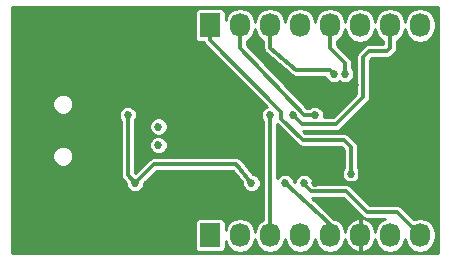
<source format=gbl>
G04 #@! TF.FileFunction,Copper,L2,Bot,Signal*
%FSLAX46Y46*%
G04 Gerber Fmt 4.6, Leading zero omitted, Abs format (unit mm)*
G04 Created by KiCad (PCBNEW 4.0.3+e1-6302~38~ubuntu14.04.1-stable) date Tue Aug 16 14:14:18 2016*
%MOMM*%
%LPD*%
G01*
G04 APERTURE LIST*
%ADD10C,0.100000*%
%ADD11R,1.727200X2.032000*%
%ADD12O,1.727200X2.032000*%
%ADD13C,0.685800*%
%ADD14C,2.900000*%
%ADD15C,0.304800*%
%ADD16C,0.254000*%
G04 APERTURE END LIST*
D10*
D11*
X162560000Y-111760000D03*
D12*
X165100000Y-111760000D03*
X167640000Y-111760000D03*
X170180000Y-111760000D03*
X172720000Y-111760000D03*
X175260000Y-111760000D03*
X177800000Y-111760000D03*
X180340000Y-111760000D03*
D11*
X162560000Y-93980000D03*
D12*
X165100000Y-93980000D03*
X167640000Y-93980000D03*
X170180000Y-93980000D03*
X172720000Y-93980000D03*
X175260000Y-93980000D03*
X177800000Y-93980000D03*
X180340000Y-93980000D03*
D13*
X170497500Y-107315000D03*
X166052500Y-107315000D03*
X156210000Y-107315000D03*
X155575000Y-101600000D03*
D14*
X147750000Y-94500000D03*
X147750000Y-111250000D03*
X179600000Y-102800000D03*
D13*
X176149000Y-101346000D03*
X174802800Y-99060000D03*
X156845000Y-105410000D03*
X156845000Y-100965000D03*
X171450000Y-107315000D03*
X175260000Y-107315000D03*
X167640000Y-97155000D03*
X170497500Y-98742500D03*
X158178500Y-102552500D03*
X158178500Y-104140000D03*
X167640000Y-101600000D03*
X168910000Y-107315000D03*
X174498000Y-106553000D03*
X171450000Y-101600000D03*
X173037500Y-98107500D03*
X173990000Y-98107500D03*
X169545000Y-101600000D03*
D15*
X171132500Y-108013500D02*
X174053500Y-108013500D01*
X170497500Y-107378500D02*
X171132500Y-108013500D01*
X170497500Y-107315000D02*
X170497500Y-107378500D01*
X178371500Y-109791500D02*
X180340000Y-111760000D01*
X175831500Y-109791500D02*
X178371500Y-109791500D01*
X174053500Y-108013500D02*
X175831500Y-109791500D01*
X156210000Y-107315000D02*
X157797500Y-105727500D01*
X164782500Y-105727500D02*
X166052500Y-107315000D01*
X157797500Y-105727500D02*
X164782500Y-105727500D01*
X155575000Y-106680000D02*
X156210000Y-107315000D01*
X155575000Y-101600000D02*
X155575000Y-106680000D01*
X149100000Y-95848000D02*
X149098000Y-95848000D01*
X149098000Y-95848000D02*
X147750000Y-94500000D01*
X147700000Y-111300000D02*
X147750000Y-111250000D01*
X147700000Y-111300000D02*
X147750000Y-111250000D01*
X147750000Y-111250000D02*
X147750000Y-109650000D01*
X147750000Y-109650000D02*
X148000000Y-109400000D01*
X148000000Y-109400000D02*
X149098000Y-108302000D01*
X149100000Y-95848000D02*
X149600000Y-95848000D01*
X149600000Y-95848000D02*
X149900000Y-95848000D01*
X149900000Y-95848000D02*
X150600000Y-95848000D01*
X150600000Y-95848000D02*
X151728000Y-95848000D01*
X149098000Y-108302000D02*
X149098000Y-96800000D01*
X149098000Y-96800000D02*
X149098000Y-95848000D01*
X179600000Y-102800000D02*
X178000000Y-102800000D01*
X177603000Y-102800000D02*
X176149000Y-101346000D01*
X178000000Y-102800000D02*
X177603000Y-102800000D01*
X151728000Y-95848000D02*
X156845000Y-100965000D01*
X175260000Y-102235000D02*
X176149000Y-101346000D01*
X175260000Y-102235000D02*
X175260000Y-107315000D01*
X172402500Y-98742500D02*
X172720000Y-99060000D01*
X172720000Y-99060000D02*
X174802800Y-99060000D01*
X172402500Y-98742500D02*
X170497500Y-98742500D01*
X156845000Y-100965000D02*
X156845000Y-105410000D01*
X171450000Y-107315000D02*
X175260000Y-107315000D01*
X168910000Y-98425000D02*
X167640000Y-97155000D01*
X170180000Y-98425000D02*
X168910000Y-98425000D01*
X170497500Y-98742500D02*
X170180000Y-98425000D01*
X167640000Y-111760000D02*
X167640000Y-101600000D01*
X172720000Y-111760000D02*
X172701528Y-110807858D01*
X172701528Y-110807858D02*
X168910000Y-107315000D01*
X172701528Y-110807858D02*
X172701528Y-110807858D01*
X174498000Y-104521000D02*
X174498000Y-104298000D01*
X174498000Y-106553000D02*
X174498000Y-104521000D01*
X173900000Y-103700000D02*
X170375000Y-103700000D01*
X174498000Y-104298000D02*
X173900000Y-103700000D01*
X170375000Y-103700000D02*
X168592500Y-101917500D01*
X168592500Y-101917500D02*
X168592500Y-101282500D01*
X168592500Y-101282500D02*
X162560000Y-95250000D01*
X162560000Y-93980000D02*
X162560000Y-95250000D01*
X165100000Y-95885000D02*
X165100000Y-93980000D01*
X171450000Y-101600000D02*
X170497500Y-101600000D01*
X170497500Y-101600000D02*
X165100000Y-95885000D01*
X173037500Y-98107500D02*
X172720000Y-97790000D01*
X167640000Y-95885000D02*
X169862500Y-97790000D01*
X167640000Y-95885000D02*
X167640000Y-93980000D01*
X172720000Y-97790000D02*
X169862500Y-97790000D01*
X172720000Y-95885000D02*
X173990000Y-97155000D01*
X173990000Y-97155000D02*
X173990000Y-98107500D01*
X172720000Y-93980000D02*
X172720000Y-95885000D01*
X177800000Y-93980000D02*
X177800000Y-95885000D01*
X170307000Y-102362000D02*
X169545000Y-101600000D01*
X173228000Y-102362000D02*
X170307000Y-102362000D01*
X175514000Y-100076000D02*
X173228000Y-102362000D01*
X175514000Y-96647000D02*
X175514000Y-100076000D01*
X176022000Y-96139000D02*
X175514000Y-96647000D01*
X177546000Y-96139000D02*
X176022000Y-96139000D01*
X177800000Y-95885000D02*
X177546000Y-96139000D01*
D16*
G36*
X181865200Y-113285200D02*
X145794800Y-113285200D01*
X145794800Y-105244188D01*
X149194368Y-105244188D01*
X149328267Y-105568249D01*
X149575987Y-105816402D01*
X149899814Y-105950866D01*
X150250448Y-105951172D01*
X150574509Y-105817273D01*
X150822662Y-105569553D01*
X150957126Y-105245726D01*
X150957432Y-104895092D01*
X150823533Y-104571031D01*
X150575813Y-104322878D01*
X150251986Y-104188414D01*
X149901352Y-104188108D01*
X149577291Y-104322007D01*
X149329138Y-104569727D01*
X149194674Y-104893554D01*
X149194368Y-105244188D01*
X145794800Y-105244188D01*
X145794800Y-101753421D01*
X154800166Y-101753421D01*
X154917859Y-102038259D01*
X154990800Y-102111328D01*
X154990800Y-106680000D01*
X155035270Y-106903564D01*
X155160802Y-107091436D01*
X155161908Y-107093092D01*
X155435255Y-107366439D01*
X155435166Y-107468421D01*
X155552859Y-107753259D01*
X155770595Y-107971376D01*
X156055227Y-108089565D01*
X156363421Y-108089834D01*
X156648259Y-107972141D01*
X156866376Y-107754405D01*
X156984565Y-107469773D01*
X156984655Y-107366529D01*
X158039484Y-106311700D01*
X164501718Y-106311700D01*
X165277829Y-107281838D01*
X165277666Y-107468421D01*
X165395359Y-107753259D01*
X165613095Y-107971376D01*
X165897727Y-108089565D01*
X166205921Y-108089834D01*
X166490759Y-107972141D01*
X166708876Y-107754405D01*
X166827065Y-107469773D01*
X166827334Y-107161579D01*
X166709641Y-106876741D01*
X166491905Y-106658624D01*
X166207273Y-106540435D01*
X166180971Y-106540412D01*
X165238684Y-105362553D01*
X165213720Y-105341539D01*
X165195592Y-105314408D01*
X165127213Y-105268719D01*
X165064299Y-105215759D01*
X165033194Y-105205898D01*
X165006064Y-105187770D01*
X164925409Y-105171727D01*
X164847014Y-105146873D01*
X164814503Y-105149666D01*
X164782500Y-105143300D01*
X157797500Y-105143300D01*
X157573936Y-105187770D01*
X157448900Y-105271316D01*
X157384408Y-105314408D01*
X156210000Y-106488816D01*
X156159200Y-106438016D01*
X156159200Y-104293421D01*
X157403666Y-104293421D01*
X157521359Y-104578259D01*
X157739095Y-104796376D01*
X158023727Y-104914565D01*
X158331921Y-104914834D01*
X158616759Y-104797141D01*
X158834876Y-104579405D01*
X158953065Y-104294773D01*
X158953334Y-103986579D01*
X158835641Y-103701741D01*
X158617905Y-103483624D01*
X158333273Y-103365435D01*
X158025079Y-103365166D01*
X157740241Y-103482859D01*
X157522124Y-103700595D01*
X157403935Y-103985227D01*
X157403666Y-104293421D01*
X156159200Y-104293421D01*
X156159200Y-102705921D01*
X157403666Y-102705921D01*
X157521359Y-102990759D01*
X157739095Y-103208876D01*
X158023727Y-103327065D01*
X158331921Y-103327334D01*
X158616759Y-103209641D01*
X158834876Y-102991905D01*
X158953065Y-102707273D01*
X158953334Y-102399079D01*
X158835641Y-102114241D01*
X158617905Y-101896124D01*
X158333273Y-101777935D01*
X158025079Y-101777666D01*
X157740241Y-101895359D01*
X157522124Y-102113095D01*
X157403935Y-102397727D01*
X157403666Y-102705921D01*
X156159200Y-102705921D01*
X156159200Y-102111455D01*
X156231376Y-102039405D01*
X156349565Y-101754773D01*
X156349834Y-101446579D01*
X156232141Y-101161741D01*
X156014405Y-100943624D01*
X155729773Y-100825435D01*
X155421579Y-100825166D01*
X155136741Y-100942859D01*
X154918624Y-101160595D01*
X154800435Y-101445227D01*
X154800166Y-101753421D01*
X145794800Y-101753421D01*
X145794800Y-100844908D01*
X149194368Y-100844908D01*
X149328267Y-101168969D01*
X149575987Y-101417122D01*
X149899814Y-101551586D01*
X150250448Y-101551892D01*
X150574509Y-101417993D01*
X150822662Y-101170273D01*
X150957126Y-100846446D01*
X150957432Y-100495812D01*
X150823533Y-100171751D01*
X150575813Y-99923598D01*
X150251986Y-99789134D01*
X149901352Y-99788828D01*
X149577291Y-99922727D01*
X149329138Y-100170447D01*
X149194674Y-100494274D01*
X149194368Y-100844908D01*
X145794800Y-100844908D01*
X145794800Y-92964000D01*
X161256141Y-92964000D01*
X161256141Y-94996000D01*
X161286250Y-95156015D01*
X161380819Y-95302980D01*
X161525115Y-95401573D01*
X161696400Y-95436259D01*
X162012850Y-95436259D01*
X162020270Y-95473564D01*
X162074550Y-95554800D01*
X162146908Y-95663092D01*
X167360908Y-100877092D01*
X167201741Y-100942859D01*
X166983624Y-101160595D01*
X166865435Y-101445227D01*
X166865166Y-101753421D01*
X166982859Y-102038259D01*
X167055800Y-102111328D01*
X167055800Y-110441557D01*
X166724014Y-110663250D01*
X166443206Y-111083508D01*
X166370000Y-111451541D01*
X166296794Y-111083508D01*
X166015986Y-110663250D01*
X165595728Y-110382442D01*
X165100000Y-110283836D01*
X164604272Y-110382442D01*
X164184014Y-110663250D01*
X163903206Y-111083508D01*
X163863859Y-111281320D01*
X163863859Y-110744000D01*
X163833750Y-110583985D01*
X163739181Y-110437020D01*
X163594885Y-110338427D01*
X163423600Y-110303741D01*
X161696400Y-110303741D01*
X161536385Y-110333850D01*
X161389420Y-110428419D01*
X161290827Y-110572715D01*
X161256141Y-110744000D01*
X161256141Y-112776000D01*
X161286250Y-112936015D01*
X161380819Y-113082980D01*
X161525115Y-113181573D01*
X161696400Y-113216259D01*
X163423600Y-113216259D01*
X163583615Y-113186150D01*
X163730580Y-113091581D01*
X163829173Y-112947285D01*
X163863859Y-112776000D01*
X163863859Y-112238680D01*
X163903206Y-112436492D01*
X164184014Y-112856750D01*
X164604272Y-113137558D01*
X165100000Y-113236164D01*
X165595728Y-113137558D01*
X166015986Y-112856750D01*
X166296794Y-112436492D01*
X166370000Y-112068459D01*
X166443206Y-112436492D01*
X166724014Y-112856750D01*
X167144272Y-113137558D01*
X167640000Y-113236164D01*
X168135728Y-113137558D01*
X168555986Y-112856750D01*
X168836794Y-112436492D01*
X168910000Y-112068459D01*
X168983206Y-112436492D01*
X169264014Y-112856750D01*
X169684272Y-113137558D01*
X170180000Y-113236164D01*
X170675728Y-113137558D01*
X171095986Y-112856750D01*
X171376794Y-112436492D01*
X171450000Y-112068459D01*
X171523206Y-112436492D01*
X171804014Y-112856750D01*
X172224272Y-113137558D01*
X172720000Y-113236164D01*
X173215728Y-113137558D01*
X173635986Y-112856750D01*
X173916794Y-112436492D01*
X173991552Y-112060657D01*
X174072927Y-112431595D01*
X174361975Y-112846347D01*
X174787739Y-113118914D01*
X175032306Y-113187632D01*
X175234600Y-113099578D01*
X175234600Y-111785400D01*
X175214600Y-111785400D01*
X175214600Y-111734600D01*
X175234600Y-111734600D01*
X175234600Y-110420422D01*
X175032306Y-110332368D01*
X174787739Y-110401086D01*
X174361975Y-110673653D01*
X174072927Y-111088405D01*
X173991552Y-111459343D01*
X173916794Y-111083508D01*
X173635986Y-110663250D01*
X173215728Y-110382442D01*
X173070638Y-110353582D01*
X171164612Y-108597700D01*
X173811516Y-108597700D01*
X175418408Y-110204592D01*
X175607937Y-110331231D01*
X175831500Y-110375701D01*
X175831505Y-110375700D01*
X177338166Y-110375700D01*
X177304272Y-110382442D01*
X176884014Y-110663250D01*
X176603206Y-111083508D01*
X176528448Y-111459343D01*
X176447073Y-111088405D01*
X176158025Y-110673653D01*
X175732261Y-110401086D01*
X175487694Y-110332368D01*
X175285400Y-110420422D01*
X175285400Y-111734600D01*
X175305400Y-111734600D01*
X175305400Y-111785400D01*
X175285400Y-111785400D01*
X175285400Y-113099578D01*
X175487694Y-113187632D01*
X175732261Y-113118914D01*
X176158025Y-112846347D01*
X176447073Y-112431595D01*
X176528448Y-112060657D01*
X176603206Y-112436492D01*
X176884014Y-112856750D01*
X177304272Y-113137558D01*
X177800000Y-113236164D01*
X178295728Y-113137558D01*
X178715986Y-112856750D01*
X178996794Y-112436492D01*
X179070000Y-112068459D01*
X179143206Y-112436492D01*
X179424014Y-112856750D01*
X179844272Y-113137558D01*
X180340000Y-113236164D01*
X180835728Y-113137558D01*
X181255986Y-112856750D01*
X181536794Y-112436492D01*
X181635400Y-111940764D01*
X181635400Y-111579236D01*
X181536794Y-111083508D01*
X181255986Y-110663250D01*
X180835728Y-110382442D01*
X180340000Y-110283836D01*
X179844272Y-110382442D01*
X179810915Y-110404731D01*
X178784592Y-109378408D01*
X178595064Y-109251770D01*
X178371500Y-109207300D01*
X176073484Y-109207300D01*
X174466592Y-107600408D01*
X174461191Y-107596799D01*
X174277064Y-107473770D01*
X174053500Y-107429300D01*
X171374484Y-107429300D01*
X171272190Y-107327006D01*
X171272334Y-107161579D01*
X171154641Y-106876741D01*
X170936905Y-106658624D01*
X170652273Y-106540435D01*
X170344079Y-106540166D01*
X170059241Y-106657859D01*
X169841124Y-106875595D01*
X169722935Y-107160227D01*
X169722840Y-107269500D01*
X169684770Y-107234430D01*
X169684834Y-107161579D01*
X169567141Y-106876741D01*
X169349405Y-106658624D01*
X169064773Y-106540435D01*
X168756579Y-106540166D01*
X168471741Y-106657859D01*
X168253624Y-106875595D01*
X168224200Y-106946456D01*
X168224200Y-102375384D01*
X169961908Y-104113092D01*
X170151437Y-104239731D01*
X170375000Y-104284201D01*
X170375005Y-104284200D01*
X173658016Y-104284200D01*
X173913800Y-104539984D01*
X173913800Y-106041545D01*
X173841624Y-106113595D01*
X173723435Y-106398227D01*
X173723166Y-106706421D01*
X173840859Y-106991259D01*
X174058595Y-107209376D01*
X174343227Y-107327565D01*
X174651421Y-107327834D01*
X174936259Y-107210141D01*
X175154376Y-106992405D01*
X175272565Y-106707773D01*
X175272834Y-106399579D01*
X175155141Y-106114741D01*
X175082200Y-106041672D01*
X175082200Y-104298005D01*
X175082201Y-104298000D01*
X175037731Y-104074437D01*
X174911092Y-103884908D01*
X174313092Y-103286908D01*
X174196308Y-103208876D01*
X174123564Y-103160270D01*
X173900000Y-103115800D01*
X170616984Y-103115800D01*
X170447384Y-102946200D01*
X173228000Y-102946200D01*
X173451564Y-102901730D01*
X173641092Y-102775092D01*
X175927092Y-100489092D01*
X176053730Y-100299564D01*
X176098200Y-100076000D01*
X176098200Y-96888984D01*
X176263983Y-96723200D01*
X177546000Y-96723200D01*
X177769564Y-96678730D01*
X177959092Y-96552092D01*
X178213092Y-96298092D01*
X178319393Y-96139000D01*
X178339730Y-96108564D01*
X178384200Y-95885000D01*
X178384200Y-95298443D01*
X178715986Y-95076750D01*
X178996794Y-94656492D01*
X179070000Y-94288459D01*
X179143206Y-94656492D01*
X179424014Y-95076750D01*
X179844272Y-95357558D01*
X180340000Y-95456164D01*
X180835728Y-95357558D01*
X181255986Y-95076750D01*
X181536794Y-94656492D01*
X181635400Y-94160764D01*
X181635400Y-93799236D01*
X181536794Y-93303508D01*
X181255986Y-92883250D01*
X180835728Y-92602442D01*
X180340000Y-92503836D01*
X179844272Y-92602442D01*
X179424014Y-92883250D01*
X179143206Y-93303508D01*
X179070000Y-93671541D01*
X178996794Y-93303508D01*
X178715986Y-92883250D01*
X178295728Y-92602442D01*
X177800000Y-92503836D01*
X177304272Y-92602442D01*
X176884014Y-92883250D01*
X176603206Y-93303508D01*
X176530000Y-93671541D01*
X176456794Y-93303508D01*
X176175986Y-92883250D01*
X175755728Y-92602442D01*
X175260000Y-92503836D01*
X174764272Y-92602442D01*
X174344014Y-92883250D01*
X174063206Y-93303508D01*
X173990000Y-93671541D01*
X173916794Y-93303508D01*
X173635986Y-92883250D01*
X173215728Y-92602442D01*
X172720000Y-92503836D01*
X172224272Y-92602442D01*
X171804014Y-92883250D01*
X171523206Y-93303508D01*
X171450000Y-93671541D01*
X171376794Y-93303508D01*
X171095986Y-92883250D01*
X170675728Y-92602442D01*
X170180000Y-92503836D01*
X169684272Y-92602442D01*
X169264014Y-92883250D01*
X168983206Y-93303508D01*
X168910000Y-93671541D01*
X168836794Y-93303508D01*
X168555986Y-92883250D01*
X168135728Y-92602442D01*
X167640000Y-92503836D01*
X167144272Y-92602442D01*
X166724014Y-92883250D01*
X166443206Y-93303508D01*
X166370000Y-93671541D01*
X166296794Y-93303508D01*
X166015986Y-92883250D01*
X165595728Y-92602442D01*
X165100000Y-92503836D01*
X164604272Y-92602442D01*
X164184014Y-92883250D01*
X163903206Y-93303508D01*
X163863859Y-93501320D01*
X163863859Y-92964000D01*
X163833750Y-92803985D01*
X163739181Y-92657020D01*
X163594885Y-92558427D01*
X163423600Y-92523741D01*
X161696400Y-92523741D01*
X161536385Y-92553850D01*
X161389420Y-92648419D01*
X161290827Y-92792715D01*
X161256141Y-92964000D01*
X145794800Y-92964000D01*
X145794800Y-92454800D01*
X181865200Y-92454800D01*
X181865200Y-113285200D01*
X181865200Y-113285200D01*
G37*
X181865200Y-113285200D02*
X145794800Y-113285200D01*
X145794800Y-105244188D01*
X149194368Y-105244188D01*
X149328267Y-105568249D01*
X149575987Y-105816402D01*
X149899814Y-105950866D01*
X150250448Y-105951172D01*
X150574509Y-105817273D01*
X150822662Y-105569553D01*
X150957126Y-105245726D01*
X150957432Y-104895092D01*
X150823533Y-104571031D01*
X150575813Y-104322878D01*
X150251986Y-104188414D01*
X149901352Y-104188108D01*
X149577291Y-104322007D01*
X149329138Y-104569727D01*
X149194674Y-104893554D01*
X149194368Y-105244188D01*
X145794800Y-105244188D01*
X145794800Y-101753421D01*
X154800166Y-101753421D01*
X154917859Y-102038259D01*
X154990800Y-102111328D01*
X154990800Y-106680000D01*
X155035270Y-106903564D01*
X155160802Y-107091436D01*
X155161908Y-107093092D01*
X155435255Y-107366439D01*
X155435166Y-107468421D01*
X155552859Y-107753259D01*
X155770595Y-107971376D01*
X156055227Y-108089565D01*
X156363421Y-108089834D01*
X156648259Y-107972141D01*
X156866376Y-107754405D01*
X156984565Y-107469773D01*
X156984655Y-107366529D01*
X158039484Y-106311700D01*
X164501718Y-106311700D01*
X165277829Y-107281838D01*
X165277666Y-107468421D01*
X165395359Y-107753259D01*
X165613095Y-107971376D01*
X165897727Y-108089565D01*
X166205921Y-108089834D01*
X166490759Y-107972141D01*
X166708876Y-107754405D01*
X166827065Y-107469773D01*
X166827334Y-107161579D01*
X166709641Y-106876741D01*
X166491905Y-106658624D01*
X166207273Y-106540435D01*
X166180971Y-106540412D01*
X165238684Y-105362553D01*
X165213720Y-105341539D01*
X165195592Y-105314408D01*
X165127213Y-105268719D01*
X165064299Y-105215759D01*
X165033194Y-105205898D01*
X165006064Y-105187770D01*
X164925409Y-105171727D01*
X164847014Y-105146873D01*
X164814503Y-105149666D01*
X164782500Y-105143300D01*
X157797500Y-105143300D01*
X157573936Y-105187770D01*
X157448900Y-105271316D01*
X157384408Y-105314408D01*
X156210000Y-106488816D01*
X156159200Y-106438016D01*
X156159200Y-104293421D01*
X157403666Y-104293421D01*
X157521359Y-104578259D01*
X157739095Y-104796376D01*
X158023727Y-104914565D01*
X158331921Y-104914834D01*
X158616759Y-104797141D01*
X158834876Y-104579405D01*
X158953065Y-104294773D01*
X158953334Y-103986579D01*
X158835641Y-103701741D01*
X158617905Y-103483624D01*
X158333273Y-103365435D01*
X158025079Y-103365166D01*
X157740241Y-103482859D01*
X157522124Y-103700595D01*
X157403935Y-103985227D01*
X157403666Y-104293421D01*
X156159200Y-104293421D01*
X156159200Y-102705921D01*
X157403666Y-102705921D01*
X157521359Y-102990759D01*
X157739095Y-103208876D01*
X158023727Y-103327065D01*
X158331921Y-103327334D01*
X158616759Y-103209641D01*
X158834876Y-102991905D01*
X158953065Y-102707273D01*
X158953334Y-102399079D01*
X158835641Y-102114241D01*
X158617905Y-101896124D01*
X158333273Y-101777935D01*
X158025079Y-101777666D01*
X157740241Y-101895359D01*
X157522124Y-102113095D01*
X157403935Y-102397727D01*
X157403666Y-102705921D01*
X156159200Y-102705921D01*
X156159200Y-102111455D01*
X156231376Y-102039405D01*
X156349565Y-101754773D01*
X156349834Y-101446579D01*
X156232141Y-101161741D01*
X156014405Y-100943624D01*
X155729773Y-100825435D01*
X155421579Y-100825166D01*
X155136741Y-100942859D01*
X154918624Y-101160595D01*
X154800435Y-101445227D01*
X154800166Y-101753421D01*
X145794800Y-101753421D01*
X145794800Y-100844908D01*
X149194368Y-100844908D01*
X149328267Y-101168969D01*
X149575987Y-101417122D01*
X149899814Y-101551586D01*
X150250448Y-101551892D01*
X150574509Y-101417993D01*
X150822662Y-101170273D01*
X150957126Y-100846446D01*
X150957432Y-100495812D01*
X150823533Y-100171751D01*
X150575813Y-99923598D01*
X150251986Y-99789134D01*
X149901352Y-99788828D01*
X149577291Y-99922727D01*
X149329138Y-100170447D01*
X149194674Y-100494274D01*
X149194368Y-100844908D01*
X145794800Y-100844908D01*
X145794800Y-92964000D01*
X161256141Y-92964000D01*
X161256141Y-94996000D01*
X161286250Y-95156015D01*
X161380819Y-95302980D01*
X161525115Y-95401573D01*
X161696400Y-95436259D01*
X162012850Y-95436259D01*
X162020270Y-95473564D01*
X162074550Y-95554800D01*
X162146908Y-95663092D01*
X167360908Y-100877092D01*
X167201741Y-100942859D01*
X166983624Y-101160595D01*
X166865435Y-101445227D01*
X166865166Y-101753421D01*
X166982859Y-102038259D01*
X167055800Y-102111328D01*
X167055800Y-110441557D01*
X166724014Y-110663250D01*
X166443206Y-111083508D01*
X166370000Y-111451541D01*
X166296794Y-111083508D01*
X166015986Y-110663250D01*
X165595728Y-110382442D01*
X165100000Y-110283836D01*
X164604272Y-110382442D01*
X164184014Y-110663250D01*
X163903206Y-111083508D01*
X163863859Y-111281320D01*
X163863859Y-110744000D01*
X163833750Y-110583985D01*
X163739181Y-110437020D01*
X163594885Y-110338427D01*
X163423600Y-110303741D01*
X161696400Y-110303741D01*
X161536385Y-110333850D01*
X161389420Y-110428419D01*
X161290827Y-110572715D01*
X161256141Y-110744000D01*
X161256141Y-112776000D01*
X161286250Y-112936015D01*
X161380819Y-113082980D01*
X161525115Y-113181573D01*
X161696400Y-113216259D01*
X163423600Y-113216259D01*
X163583615Y-113186150D01*
X163730580Y-113091581D01*
X163829173Y-112947285D01*
X163863859Y-112776000D01*
X163863859Y-112238680D01*
X163903206Y-112436492D01*
X164184014Y-112856750D01*
X164604272Y-113137558D01*
X165100000Y-113236164D01*
X165595728Y-113137558D01*
X166015986Y-112856750D01*
X166296794Y-112436492D01*
X166370000Y-112068459D01*
X166443206Y-112436492D01*
X166724014Y-112856750D01*
X167144272Y-113137558D01*
X167640000Y-113236164D01*
X168135728Y-113137558D01*
X168555986Y-112856750D01*
X168836794Y-112436492D01*
X168910000Y-112068459D01*
X168983206Y-112436492D01*
X169264014Y-112856750D01*
X169684272Y-113137558D01*
X170180000Y-113236164D01*
X170675728Y-113137558D01*
X171095986Y-112856750D01*
X171376794Y-112436492D01*
X171450000Y-112068459D01*
X171523206Y-112436492D01*
X171804014Y-112856750D01*
X172224272Y-113137558D01*
X172720000Y-113236164D01*
X173215728Y-113137558D01*
X173635986Y-112856750D01*
X173916794Y-112436492D01*
X173991552Y-112060657D01*
X174072927Y-112431595D01*
X174361975Y-112846347D01*
X174787739Y-113118914D01*
X175032306Y-113187632D01*
X175234600Y-113099578D01*
X175234600Y-111785400D01*
X175214600Y-111785400D01*
X175214600Y-111734600D01*
X175234600Y-111734600D01*
X175234600Y-110420422D01*
X175032306Y-110332368D01*
X174787739Y-110401086D01*
X174361975Y-110673653D01*
X174072927Y-111088405D01*
X173991552Y-111459343D01*
X173916794Y-111083508D01*
X173635986Y-110663250D01*
X173215728Y-110382442D01*
X173070638Y-110353582D01*
X171164612Y-108597700D01*
X173811516Y-108597700D01*
X175418408Y-110204592D01*
X175607937Y-110331231D01*
X175831500Y-110375701D01*
X175831505Y-110375700D01*
X177338166Y-110375700D01*
X177304272Y-110382442D01*
X176884014Y-110663250D01*
X176603206Y-111083508D01*
X176528448Y-111459343D01*
X176447073Y-111088405D01*
X176158025Y-110673653D01*
X175732261Y-110401086D01*
X175487694Y-110332368D01*
X175285400Y-110420422D01*
X175285400Y-111734600D01*
X175305400Y-111734600D01*
X175305400Y-111785400D01*
X175285400Y-111785400D01*
X175285400Y-113099578D01*
X175487694Y-113187632D01*
X175732261Y-113118914D01*
X176158025Y-112846347D01*
X176447073Y-112431595D01*
X176528448Y-112060657D01*
X176603206Y-112436492D01*
X176884014Y-112856750D01*
X177304272Y-113137558D01*
X177800000Y-113236164D01*
X178295728Y-113137558D01*
X178715986Y-112856750D01*
X178996794Y-112436492D01*
X179070000Y-112068459D01*
X179143206Y-112436492D01*
X179424014Y-112856750D01*
X179844272Y-113137558D01*
X180340000Y-113236164D01*
X180835728Y-113137558D01*
X181255986Y-112856750D01*
X181536794Y-112436492D01*
X181635400Y-111940764D01*
X181635400Y-111579236D01*
X181536794Y-111083508D01*
X181255986Y-110663250D01*
X180835728Y-110382442D01*
X180340000Y-110283836D01*
X179844272Y-110382442D01*
X179810915Y-110404731D01*
X178784592Y-109378408D01*
X178595064Y-109251770D01*
X178371500Y-109207300D01*
X176073484Y-109207300D01*
X174466592Y-107600408D01*
X174461191Y-107596799D01*
X174277064Y-107473770D01*
X174053500Y-107429300D01*
X171374484Y-107429300D01*
X171272190Y-107327006D01*
X171272334Y-107161579D01*
X171154641Y-106876741D01*
X170936905Y-106658624D01*
X170652273Y-106540435D01*
X170344079Y-106540166D01*
X170059241Y-106657859D01*
X169841124Y-106875595D01*
X169722935Y-107160227D01*
X169722840Y-107269500D01*
X169684770Y-107234430D01*
X169684834Y-107161579D01*
X169567141Y-106876741D01*
X169349405Y-106658624D01*
X169064773Y-106540435D01*
X168756579Y-106540166D01*
X168471741Y-106657859D01*
X168253624Y-106875595D01*
X168224200Y-106946456D01*
X168224200Y-102375384D01*
X169961908Y-104113092D01*
X170151437Y-104239731D01*
X170375000Y-104284201D01*
X170375005Y-104284200D01*
X173658016Y-104284200D01*
X173913800Y-104539984D01*
X173913800Y-106041545D01*
X173841624Y-106113595D01*
X173723435Y-106398227D01*
X173723166Y-106706421D01*
X173840859Y-106991259D01*
X174058595Y-107209376D01*
X174343227Y-107327565D01*
X174651421Y-107327834D01*
X174936259Y-107210141D01*
X175154376Y-106992405D01*
X175272565Y-106707773D01*
X175272834Y-106399579D01*
X175155141Y-106114741D01*
X175082200Y-106041672D01*
X175082200Y-104298005D01*
X175082201Y-104298000D01*
X175037731Y-104074437D01*
X174911092Y-103884908D01*
X174313092Y-103286908D01*
X174196308Y-103208876D01*
X174123564Y-103160270D01*
X173900000Y-103115800D01*
X170616984Y-103115800D01*
X170447384Y-102946200D01*
X173228000Y-102946200D01*
X173451564Y-102901730D01*
X173641092Y-102775092D01*
X175927092Y-100489092D01*
X176053730Y-100299564D01*
X176098200Y-100076000D01*
X176098200Y-96888984D01*
X176263983Y-96723200D01*
X177546000Y-96723200D01*
X177769564Y-96678730D01*
X177959092Y-96552092D01*
X178213092Y-96298092D01*
X178319393Y-96139000D01*
X178339730Y-96108564D01*
X178384200Y-95885000D01*
X178384200Y-95298443D01*
X178715986Y-95076750D01*
X178996794Y-94656492D01*
X179070000Y-94288459D01*
X179143206Y-94656492D01*
X179424014Y-95076750D01*
X179844272Y-95357558D01*
X180340000Y-95456164D01*
X180835728Y-95357558D01*
X181255986Y-95076750D01*
X181536794Y-94656492D01*
X181635400Y-94160764D01*
X181635400Y-93799236D01*
X181536794Y-93303508D01*
X181255986Y-92883250D01*
X180835728Y-92602442D01*
X180340000Y-92503836D01*
X179844272Y-92602442D01*
X179424014Y-92883250D01*
X179143206Y-93303508D01*
X179070000Y-93671541D01*
X178996794Y-93303508D01*
X178715986Y-92883250D01*
X178295728Y-92602442D01*
X177800000Y-92503836D01*
X177304272Y-92602442D01*
X176884014Y-92883250D01*
X176603206Y-93303508D01*
X176530000Y-93671541D01*
X176456794Y-93303508D01*
X176175986Y-92883250D01*
X175755728Y-92602442D01*
X175260000Y-92503836D01*
X174764272Y-92602442D01*
X174344014Y-92883250D01*
X174063206Y-93303508D01*
X173990000Y-93671541D01*
X173916794Y-93303508D01*
X173635986Y-92883250D01*
X173215728Y-92602442D01*
X172720000Y-92503836D01*
X172224272Y-92602442D01*
X171804014Y-92883250D01*
X171523206Y-93303508D01*
X171450000Y-93671541D01*
X171376794Y-93303508D01*
X171095986Y-92883250D01*
X170675728Y-92602442D01*
X170180000Y-92503836D01*
X169684272Y-92602442D01*
X169264014Y-92883250D01*
X168983206Y-93303508D01*
X168910000Y-93671541D01*
X168836794Y-93303508D01*
X168555986Y-92883250D01*
X168135728Y-92602442D01*
X167640000Y-92503836D01*
X167144272Y-92602442D01*
X166724014Y-92883250D01*
X166443206Y-93303508D01*
X166370000Y-93671541D01*
X166296794Y-93303508D01*
X166015986Y-92883250D01*
X165595728Y-92602442D01*
X165100000Y-92503836D01*
X164604272Y-92602442D01*
X164184014Y-92883250D01*
X163903206Y-93303508D01*
X163863859Y-93501320D01*
X163863859Y-92964000D01*
X163833750Y-92803985D01*
X163739181Y-92657020D01*
X163594885Y-92558427D01*
X163423600Y-92523741D01*
X161696400Y-92523741D01*
X161536385Y-92553850D01*
X161389420Y-92648419D01*
X161290827Y-92792715D01*
X161256141Y-92964000D01*
X145794800Y-92964000D01*
X145794800Y-92454800D01*
X181865200Y-92454800D01*
X181865200Y-113285200D01*
G36*
X176603206Y-94656492D02*
X176884014Y-95076750D01*
X177215800Y-95298443D01*
X177215800Y-95554800D01*
X176022000Y-95554800D01*
X175798436Y-95599270D01*
X175608908Y-95725908D01*
X175608906Y-95725911D01*
X175100908Y-96233908D01*
X174974270Y-96423436D01*
X174929800Y-96647000D01*
X174929800Y-99834016D01*
X172986016Y-101777800D01*
X172215003Y-101777800D01*
X172224565Y-101754773D01*
X172224834Y-101446579D01*
X172107141Y-101161741D01*
X171889405Y-100943624D01*
X171604773Y-100825435D01*
X171296579Y-100825166D01*
X171011741Y-100942859D01*
X170938672Y-101015800D01*
X170749317Y-101015800D01*
X165684200Y-95652735D01*
X165684200Y-95298443D01*
X166015986Y-95076750D01*
X166296794Y-94656492D01*
X166370000Y-94288459D01*
X166443206Y-94656492D01*
X166724014Y-95076750D01*
X167055800Y-95298443D01*
X167055800Y-95885000D01*
X167060229Y-95907264D01*
X167057520Y-95929806D01*
X167082329Y-96018371D01*
X167100270Y-96108564D01*
X167112882Y-96127440D01*
X167119006Y-96149300D01*
X167175811Y-96221620D01*
X167226908Y-96298092D01*
X167245785Y-96310705D01*
X167259808Y-96328558D01*
X169482307Y-98233557D01*
X169562464Y-98278634D01*
X169638936Y-98329730D01*
X169661203Y-98334159D01*
X169680991Y-98345287D01*
X169772299Y-98356258D01*
X169862500Y-98374200D01*
X172309472Y-98374200D01*
X172380359Y-98545759D01*
X172598095Y-98763876D01*
X172882727Y-98882065D01*
X173190921Y-98882334D01*
X173475759Y-98764641D01*
X173513625Y-98726841D01*
X173550595Y-98763876D01*
X173835227Y-98882065D01*
X174143421Y-98882334D01*
X174428259Y-98764641D01*
X174646376Y-98546905D01*
X174764565Y-98262273D01*
X174764834Y-97954079D01*
X174647141Y-97669241D01*
X174574200Y-97596172D01*
X174574200Y-97155000D01*
X174529730Y-96931436D01*
X174403092Y-96741908D01*
X173304200Y-95643016D01*
X173304200Y-95298443D01*
X173635986Y-95076750D01*
X173916794Y-94656492D01*
X173990000Y-94288459D01*
X174063206Y-94656492D01*
X174344014Y-95076750D01*
X174764272Y-95357558D01*
X175260000Y-95456164D01*
X175755728Y-95357558D01*
X176175986Y-95076750D01*
X176456794Y-94656492D01*
X176530000Y-94288459D01*
X176603206Y-94656492D01*
X176603206Y-94656492D01*
G37*
X176603206Y-94656492D02*
X176884014Y-95076750D01*
X177215800Y-95298443D01*
X177215800Y-95554800D01*
X176022000Y-95554800D01*
X175798436Y-95599270D01*
X175608908Y-95725908D01*
X175608906Y-95725911D01*
X175100908Y-96233908D01*
X174974270Y-96423436D01*
X174929800Y-96647000D01*
X174929800Y-99834016D01*
X172986016Y-101777800D01*
X172215003Y-101777800D01*
X172224565Y-101754773D01*
X172224834Y-101446579D01*
X172107141Y-101161741D01*
X171889405Y-100943624D01*
X171604773Y-100825435D01*
X171296579Y-100825166D01*
X171011741Y-100942859D01*
X170938672Y-101015800D01*
X170749317Y-101015800D01*
X165684200Y-95652735D01*
X165684200Y-95298443D01*
X166015986Y-95076750D01*
X166296794Y-94656492D01*
X166370000Y-94288459D01*
X166443206Y-94656492D01*
X166724014Y-95076750D01*
X167055800Y-95298443D01*
X167055800Y-95885000D01*
X167060229Y-95907264D01*
X167057520Y-95929806D01*
X167082329Y-96018371D01*
X167100270Y-96108564D01*
X167112882Y-96127440D01*
X167119006Y-96149300D01*
X167175811Y-96221620D01*
X167226908Y-96298092D01*
X167245785Y-96310705D01*
X167259808Y-96328558D01*
X169482307Y-98233557D01*
X169562464Y-98278634D01*
X169638936Y-98329730D01*
X169661203Y-98334159D01*
X169680991Y-98345287D01*
X169772299Y-98356258D01*
X169862500Y-98374200D01*
X172309472Y-98374200D01*
X172380359Y-98545759D01*
X172598095Y-98763876D01*
X172882727Y-98882065D01*
X173190921Y-98882334D01*
X173475759Y-98764641D01*
X173513625Y-98726841D01*
X173550595Y-98763876D01*
X173835227Y-98882065D01*
X174143421Y-98882334D01*
X174428259Y-98764641D01*
X174646376Y-98546905D01*
X174764565Y-98262273D01*
X174764834Y-97954079D01*
X174647141Y-97669241D01*
X174574200Y-97596172D01*
X174574200Y-97155000D01*
X174529730Y-96931436D01*
X174403092Y-96741908D01*
X173304200Y-95643016D01*
X173304200Y-95298443D01*
X173635986Y-95076750D01*
X173916794Y-94656492D01*
X173990000Y-94288459D01*
X174063206Y-94656492D01*
X174344014Y-95076750D01*
X174764272Y-95357558D01*
X175260000Y-95456164D01*
X175755728Y-95357558D01*
X176175986Y-95076750D01*
X176456794Y-94656492D01*
X176530000Y-94288459D01*
X176603206Y-94656492D01*
M02*

</source>
